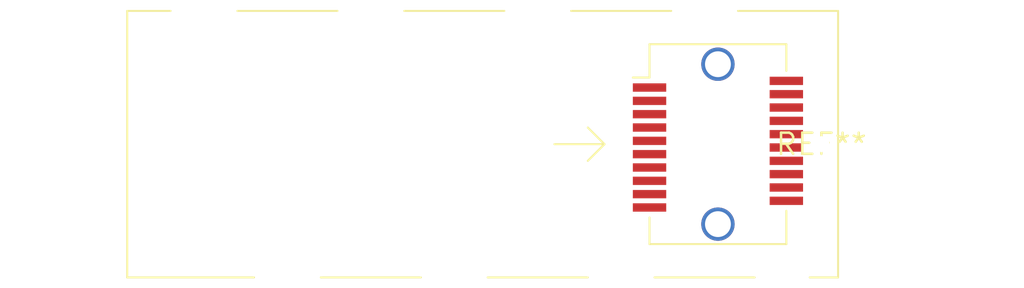
<source format=kicad_pcb>
(kicad_pcb (version 20240108) (generator pcbnew)
  (layers (0 "F.Cu" signal) (31 "B.Cu" signal) (34 "B.Paste" user) (35 "F.Paste" user) (36 "B.SilkS" user "B.Silkscreen") (37 "F.SilkS" user "F.Silkscreen") (38 "B.Mask" user) (39 "F.Mask" user) (44 "Edge.Cuts" user))
  (net 0 "")
  (footprint "Connector_SFP_and_Cage" (layer "F.Cu") (at 0 0)
    (property "Reference" "REF**")
    (property "Value" "Connector_SFP_and_Cage")
    (fp_line (start -41.6 8) (end -41.6 -8) (layer "F.SilkS") (stroke (width 0.12)))
    (fp_line (start -39 -8) (end -41.6 -8) (layer "F.SilkS") (stroke (width 0.12)))
    (fp_line (start -34 8) (end -41.6 8) (layer "F.SilkS") (stroke (width 0.12)))
    (fp_line (start -30 8) (end -24 8) (layer "F.SilkS") (stroke (width 0.12)))
    (fp_line (start -29 -8) (end -35 -8) (layer "F.SilkS") (stroke (width 0.12)))
    (fp_line (start -20 8) (end -14 8) (layer "F.SilkS") (stroke (width 0.12)))
    (fp_line (start -19 -8) (end -25 -8) (layer "F.SilkS") (stroke (width 0.12)))
    (fp_line (start -13 0) (end -16 0) (layer "F.SilkS") (stroke (width 0.12)))
    (fp_line (start -13 0) (end -14 -1) (layer "F.SilkS") (stroke (width 0.12)))
    (fp_line (start -13 0) (end -14 1) (layer "F.SilkS") (stroke (width 0.12)))
    (fp_line (start -10.3 -6) (end -10.3 -4) (layer "F.SilkS") (stroke (width 0.12)))
    (fp_line (start -10.3 -4) (end -11.3 -4) (layer "F.SilkS") (stroke (width 0.12)))
    (fp_line (start -10.3 4.4) (end -10.3 6) (layer "F.SilkS") (stroke (width 0.12)))
    (fp_line (start -10 8) (end -4 8) (layer "F.SilkS") (stroke (width 0.12)))
    (fp_line (start -9 -8) (end -15 -8) (layer "F.SilkS") (stroke (width 0.12)))
    (fp_line (start -2.1 -6) (end -10.3 -6) (layer "F.SilkS") (stroke (width 0.12)))
    (fp_line (start -2.1 -4.4) (end -2.1 -6) (layer "F.SilkS") (stroke (width 0.12)))
    (fp_line (start -2.1 4) (end -2.1 6) (layer "F.SilkS") (stroke (width 0.12)))
    (fp_line (start -2.1 6) (end -10.3 6) (layer "F.SilkS") (stroke (width 0.12)))
    (fp_line (start -0.7 8) (end 1 8) (layer "F.SilkS") (stroke (width 0.12)))
    (fp_line (start 1 -8) (end -5 -8) (layer "F.SilkS") (stroke (width 0.12)))
    (fp_line (start 1 8) (end 1 -8) (layer "F.SilkS") (stroke (width 0.12)))
    (pad "" np_thru_hole circle (at -6.2 -4.8) (size 2 2) (drill 1.55) (layers *.Cu *.Mask))
    (pad "" np_thru_hole circle (at -6.2 4.8) (size 2 2) (drill 1.55) (layers *.Cu *.Mask))
    (pad "1" smd rect (at -10.3 -3.4) (size 2 0.5) (layers "F.Cu" "F.Paste" "F.Mask"))
    (pad "2" smd rect (at -10.3 -2.6) (size 2 0.5) (layers "F.Cu" "F.Paste" "F.Mask"))
    (pad "3" smd rect (at -10.3 -1.8) (size 2 0.5) (layers "F.Cu" "F.Paste" "F.Mask"))
    (pad "4" smd rect (at -10.3 -1) (size 2 0.5) (layers "F.Cu" "F.Paste" "F.Mask"))
    (pad "5" smd rect (at -10.3 -0.2) (size 2 0.5) (layers "F.Cu" "F.Paste" "F.Mask"))
    (pad "6" smd rect (at -10.3 0.6) (size 2 0.5) (layers "F.Cu" "F.Paste" "F.Mask"))
    (pad "7" smd rect (at -10.3 1.4) (size 2 0.5) (layers "F.Cu" "F.Paste" "F.Mask"))
    (pad "8" smd rect (at -10.3 2.2) (size 2 0.5) (layers "F.Cu" "F.Paste" "F.Mask"))
    (pad "9" smd rect (at -10.3 3) (size 2 0.5) (layers "F.Cu" "F.Paste" "F.Mask"))
    (pad "10" smd rect (at -10.3 3.8) (size 2 0.5) (layers "F.Cu" "F.Paste" "F.Mask"))
    (pad "11" smd rect (at -2.1 3.4) (size 2 0.5) (layers "F.Cu" "F.Paste" "F.Mask"))
    (pad "12" smd rect (at -2.1 2.6) (size 2 0.5) (layers "F.Cu" "F.Paste" "F.Mask"))
    (pad "13" smd rect (at -2.1 1.8) (size 2 0.5) (layers "F.Cu" "F.Paste" "F.Mask"))
    (pad "14" smd rect (at -2.1 1) (size 2 0.5) (layers "F.Cu" "F.Paste" "F.Mask"))
    (pad "15" smd rect (at -2.1 0.2) (size 2 0.5) (layers "F.Cu" "F.Paste" "F.Mask"))
    (pad "16" smd rect (at -2.1 -0.6) (size 2 0.5) (layers "F.Cu" "F.Paste" "F.Mask"))
    (pad "17" smd rect (at -2.1 -1.4) (size 2 0.5) (layers "F.Cu" "F.Paste" "F.Mask"))
    (pad "18" smd rect (at -2.1 -2.2) (size 2 0.5) (layers "F.Cu" "F.Paste" "F.Mask"))
    (pad "19" smd rect (at -2.1 -3) (size 2 0.5) (layers "F.Cu" "F.Paste" "F.Mask"))
    (pad "20" smd rect (at -2.1 -3.8) (size 2 0.5) (layers "F.Cu" "F.Paste" "F.Mask"))
    (pad "CAGE" thru_hole rect (at -37.1 -7.125) (size 2 2) (drill 1.05) (layers *.Cu *.Mask) (remove_unused_layers))
    (pad "CAGE" thru_hole rect (at -37.1 1.45) (size 2 2) (drill 1.05) (layers *.Cu *.Mask) (remove_unused_layers))
    (pad "CAGE" thru_hole rect (at -32.1 7.125) (size 2 2) (drill 1.05) (layers *.Cu *.Mask) (remove_unused_layers))
    (pad "CAGE" thru_hole rect (at -27.1 -7.125) (size 2 2) (drill 1.05) (layers *.Cu *.Mask) (remove_unused_layers))
    (pad "CAGE" thru_hole rect (at -22.1 7.125) (size 2 2) (drill 1.05) (layers *.Cu *.Mask) (remove_unused_layers))
    (pad "CAGE" thru_hole rect (at -17.1 -7.125) (size 2 2) (drill 1.05) (layers *.Cu *.Mask) (remove_unused_layers))
    (pad "CAGE" thru_hole rect (at -17.1 -1.45) (size 2 2) (drill 1.05) (layers *.Cu *.Mask) (remove_unused_layers))
    (pad "CAGE" thru_hole rect (at -17.1 3.95) (size 2 2) (drill 1.05) (layers *.Cu *.Mask) (remove_unused_layers))
    (pad "CAGE" thru_hole circle (at -14.3 -7.125) (size 1.5 1.5) (drill 0.95) (layers *.Cu *.Mask) (remove_unused_layers))
    (pad "CAGE" thru_hole circle (at -14.3 7.125) (size 1.5 1.5) (drill 0.95) (layers *.Cu *.Mask) (remove_unused_layers))
    (pad "CAGE" thru_hole rect (at -12.1 7.125) (size 2 2) (drill 1.05) (layers *.Cu *.Mask) (remove_unused_layers))
    (pad "CAGE" thru_hole circle (at -9.6 -7.125) (size 1.5 1.5) (drill 0.95) (layers *.Cu *.Mask) (remove_unused_layers))
    (pad "CAGE" thru_hole circle (at -9.6 7.125) (size 1.5 1.5) (drill 0.95) (layers *.Cu *.Mask) (remove_unused_layers))
    (pad "CAGE" thru_hole rect (at -7.1 -7.125) (size 2 2) (drill 0.85) (layers *.Cu *.Mask) (remove_unused_layers))
    (pad "CAGE" thru_hole circle (at -4.6 -7.125) (size 1.5 1.5) (drill 0.95) (layers *.Cu *.Mask) (remove_unused_layers))
    (pad "CAGE" thru_hole circle (at -4.6 7.125) (size 1.5 1.5) (drill 0.95) (layers *.Cu *.Mask) (remove_unused_layers))
    (pad "CAGE" thru_hole rect (at -2.1 7.125) (size 2 2) (drill 1.05) (layers *.Cu *.Mask) (remove_unused_layers))
    (pad "CAGE" thru_hole circle (at 0 -4.8) (size 1.5 1.5) (drill 0.95) (layers *.Cu *.Mask) (remove_unused_layers))
    (pad "CAGE" thru_hole circle (at 0 0) (size 1.5 1.5) (drill 0.95) (layers *.Cu *.Mask) (remove_unused_layers))
    (pad "CAGE" thru_hole circle (at 0 4.8) (size 1.5 1.5) (drill 0.95) (layers *.Cu *.Mask) (remove_unused_layers))
  )
)
</source>
